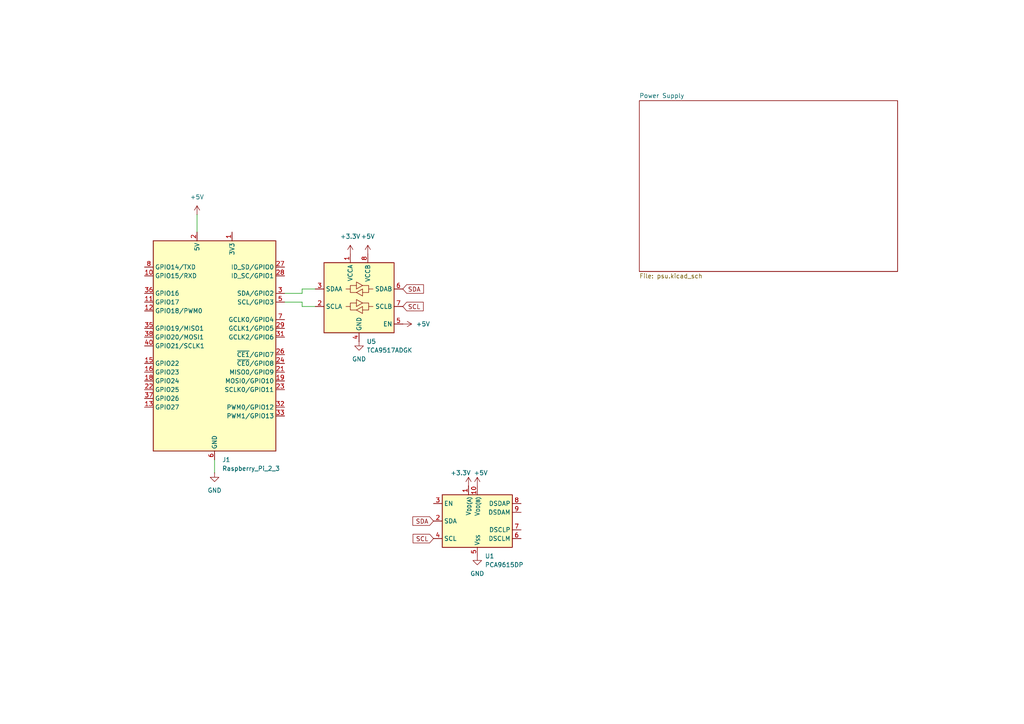
<source format=kicad_sch>
(kicad_sch (version 20231120) (generator "eeschema") (generator_version "8.0")
  (paper "A4")
  (lib_symbols
    (symbol "Connector:Raspberry_Pi_2_3"
      (property "Reference" "J" (at -17.78 31.75 0))
      (property "Value" "Raspberry_Pi_2_3" (at 10.16 -31.75 0))
      (symbol "Raspberry_Pi_2_3_0_1"
        (rectangle (start -17.78 30.48) (end 17.78 -30.48) (stroke (width 0.254)) (fill (type background)))
      )
      (symbol "Raspberry_Pi_2_3_1_1"
        (pin power_in line (at 5.08 33.02 270) (length 2.54) (name "3V3") (number "1"))
        (pin bidirectional line (at -20.32 20.32 0) (length 2.54) (name "GPIO15/RXD") (number "10"))
        (pin bidirectional line (at -20.32 12.7 0) (length 2.54) (name "GPIO17") (number "11"))
        (pin bidirectional line (at -20.32 10.16 0) (length 2.54) (name "GPIO18/PWM0") (number "12"))
        (pin bidirectional line (at -20.32 -17.78 0) (length 2.54) (name "GPIO27") (number "13"))
        (pin passive line (at 0 -33.02 90) (length 2.54) hide (name "GND") (number "14"))
        (pin bidirectional line (at -20.32 -5.08 0) (length 2.54) (name "GPIO22") (number "15"))
        (pin bidirectional line (at -20.32 -7.62 0) (length 2.54) (name "GPIO23") (number "16"))
        (pin passive line (at 5.08 33.02 270) (length 2.54) hide (name "3V3") (number "17"))
        (pin bidirectional line (at -20.32 -10.16 0) (length 2.54) (name "GPIO24") (number "18"))
        (pin bidirectional line (at 20.32 -10.16 180) (length 2.54) (name "MOSI0/GPIO10") (number "19"))
        (pin power_in line (at -5.08 33.02 270) (length 2.54) (name "5V") (number "2"))
        (pin passive line (at 0 -33.02 90) (length 2.54) hide (name "GND") (number "20"))
        (pin bidirectional line (at 20.32 -7.62 180) (length 2.54) (name "MISO0/GPIO9") (number "21"))
        (pin bidirectional line (at -20.32 -12.7 0) (length 2.54) (name "GPIO25") (number "22"))
        (pin bidirectional line (at 20.32 -12.7 180) (length 2.54) (name "SCLK0/GPIO11") (number "23"))
        (pin bidirectional line (at 20.32 -5.08 180) (length 2.54) (name "~{CE0}/GPIO8") (number "24"))
        (pin passive line (at 0 -33.02 90) (length 2.54) hide (name "GND") (number "25"))
        (pin bidirectional line (at 20.32 -2.54 180) (length 2.54) (name "~{CE1}/GPIO7") (number "26"))
        (pin bidirectional line (at 20.32 22.86 180) (length 2.54) (name "ID_SD/GPIO0") (number "27"))
        (pin bidirectional line (at 20.32 20.32 180) (length 2.54) (name "ID_SC/GPIO1") (number "28"))
        (pin bidirectional line (at 20.32 5.08 180) (length 2.54) (name "GCLK1/GPIO5") (number "29"))
        (pin bidirectional line (at 20.32 15.24 180) (length 2.54) (name "SDA/GPIO2") (number "3"))
        (pin passive line (at 0 -33.02 90) (length 2.54) hide (name "GND") (number "30"))
        (pin bidirectional line (at 20.32 2.54 180) (length 2.54) (name "GCLK2/GPIO6") (number "31"))
        (pin bidirectional line (at 20.32 -17.78 180) (length 2.54) (name "PWM0/GPIO12") (number "32"))
        (pin bidirectional line (at 20.32 -20.32 180) (length 2.54) (name "PWM1/GPIO13") (number "33"))
        (pin passive line (at 0 -33.02 90) (length 2.54) hide (name "GND") (number "34"))
        (pin bidirectional line (at -20.32 5.08 0) (length 2.54) (name "GPIO19/MISO1") (number "35"))
        (pin bidirectional line (at -20.32 15.24 0) (length 2.54) (name "GPIO16") (number "36"))
        (pin bidirectional line (at -20.32 -15.24 0) (length 2.54) (name "GPIO26") (number "37"))
        (pin bidirectional line (at -20.32 2.54 0) (length 2.54) (name "GPIO20/MOSI1") (number "38"))
        (pin passive line (at 0 -33.02 90) (length 2.54) hide (name "GND") (number "39"))
        (pin passive line (at -5.08 33.02 270) (length 2.54) hide (name "5V") (number "4"))
        (pin bidirectional line (at -20.32 0 0) (length 2.54) (name "GPIO21/SCLK1") (number "40"))
        (pin bidirectional line (at 20.32 12.7 180) (length 2.54) (name "SCL/GPIO3") (number "5"))
        (pin power_in line (at 0 -33.02 90) (length 2.54) (name "GND") (number "6"))
        (pin bidirectional line (at 20.32 7.62 180) (length 2.54) (name "GCLK0/GPIO4") (number "7"))
        (pin bidirectional line (at -20.32 22.86 0) (length 2.54) (name "GPIO14/TXD") (number "8"))
        (pin passive line (at 0 -33.02 90) (length 2.54) hide (name "GND") (number "9"))
      )
    )
    (symbol "Interface:PCA9615DP"
      (property "Reference" "U" (at -10.16 8.89 0))
      (property "Value" "PCA9615DP" (at 1.27 8.89 0))
      (symbol "PCA9615DP_0_1"
        (rectangle (start -10.16 7.62) (end 10.16 -7.62) (stroke (width 0.254)) (fill (type background)))
      )
      (symbol "PCA9615DP_1_1"
        (pin power_in line (at -2.54 10.16 270) (length 2.54) (name "V_{DD(A)}") (number "1"))
        (pin power_in line (at 0 10.16 270) (length 2.54) (name "V_{DD(B)}") (number "10"))
        (pin bidirectional line (at -12.7 0 0) (length 2.54) (name "SDA") (number "2"))
        (pin input line (at -12.7 5.08 0) (length 2.54) (name "EN") (number "3"))
        (pin bidirectional line (at -12.7 -5.08 0) (length 2.54) (name "SCL") (number "4"))
        (pin power_in line (at 0 -10.16 90) (length 2.54) (name "V_{SS}") (number "5"))
        (pin bidirectional line (at 12.7 -5.08 180) (length 2.54) (name "DSCLM") (number "6"))
        (pin bidirectional line (at 12.7 -2.54 180) (length 2.54) (name "DSCLP") (number "7"))
        (pin bidirectional line (at 12.7 5.08 180) (length 2.54) (name "DSDAP") (number "8"))
        (pin bidirectional line (at 12.7 2.54 180) (length 2.54) (name "DSDAM") (number "9"))
      )
    )
    (symbol "Logic_LevelTranslator:TCA9517ADGK"
      (property "Reference" "U5" (at 2.1941 -12.7 0))
      (property "Value" "TCA9517ADGK" (at 2.1941 -15.24 0))
      (symbol "TCA9517ADGK_1_1"
        (rectangle (start -10.16 10.16) (end 10.16 -10.16) (stroke (width 0.254)) (fill (type background)))
        (polyline (pts (xy -2.54 -2.54) (xy -2.54 -1.524) (xy -0.762 -1.524)))
        (polyline (pts (xy -2.54 2.54) (xy -2.54 3.556) (xy -0.762 3.556)))
        (polyline (pts (xy 2.794 -2.54) (xy 2.794 -3.556) (xy 1.016 -3.556)))
        (polyline (pts (xy 2.794 2.54) (xy 2.794 1.524) (xy 1.016 1.524)))
        (polyline (pts (xy -0.762 -3.556) (xy -2.54 -3.556) (xy -2.54 -2.54) (xy -3.81 -2.54)))
        (polyline (pts (xy -0.762 -2.54) (xy -0.762 -0.508) (xy 1.016 -1.524) (xy -0.762 -2.54)))
        (polyline (pts (xy -0.762 1.524) (xy -2.54 1.524) (xy -2.54 2.54) (xy -3.81 2.54)))
        (polyline (pts (xy -0.762 2.54) (xy -0.762 4.572) (xy 1.016 3.556) (xy -0.762 2.54)))
        (polyline (pts (xy 1.016 -1.524) (xy 2.794 -1.524) (xy 2.794 -2.54) (xy 4.064 -2.54)))
        (polyline (pts (xy 1.016 3.556) (xy 2.794 3.556) (xy 2.794 2.54) (xy 4.064 2.54)))
        (polyline (pts (xy 1.016 -2.54) (xy 1.016 -4.318) (xy 1.016 -4.572) (xy -0.762 -3.556) (xy 1.016 -2.54)))
        (polyline (pts (xy 1.016 2.54) (xy 1.016 0.762) (xy 1.016 0.508) (xy -0.762 1.524) (xy 1.016 2.54)))
        (pin power_in line (at -2.54 12.7 270) (length 2.54) (name "VCCA") (number "1"))
        (pin bidirectional line (at -12.7 -2.54 0) (length 2.54) (name "SCLA") (number "2"))
        (pin bidirectional line (at -12.7 2.54 0) (length 2.54) (name "SDAA") (number "3"))
        (pin power_in line (at 0 -12.7 90) (length 2.54) (name "GND") (number "4"))
        (pin passive line (at 12.7 -7.62 180) (length 2.54) (name "EN") (number "5"))
        (pin bidirectional line (at 12.7 2.54 180) (length 2.54) (name "SDAB") (number "6"))
        (pin bidirectional line (at 12.7 -2.54 180) (length 2.54) (name "SCLB") (number "7"))
        (pin power_in line (at 2.54 12.7 270) (length 2.54) (name "VCCB") (number "8"))
      )
    )
    (symbol "power:+3.3V" (power) (pin_numbers hide) (pin_names (offset 0) hide)
      (property "Value" "+3.3V" (at 0 3.556 0))
      (symbol "+3.3V_0_1"
        (polyline (pts (xy -0.762 1.27) (xy 0 2.54)))
        (polyline (pts (xy 0 0) (xy 0 2.54)))
        (polyline (pts (xy 0 2.54) (xy 0.762 1.27)))
      )
      (symbol "+3.3V_1_1"
        (pin power_in line (at 0 0 90) (length 0) (name "~") (number "1"))
      )
    )
    (symbol "power:+5V" (power) (pin_numbers hide) (pin_names (offset 0) hide)
      (property "Value" "+5V" (at 0 3.556 0))
      (symbol "+5V_0_1"
        (polyline (pts (xy -0.762 1.27) (xy 0 2.54)))
        (polyline (pts (xy 0 0) (xy 0 2.54)))
        (polyline (pts (xy 0 2.54) (xy 0.762 1.27)))
      )
      (symbol "+5V_1_1"
        (pin power_in line (at 0 0 90) (length 0) (name "~") (number "1"))
      )
    )
    (symbol "power:GND" (power) (pin_numbers hide) (pin_names (offset 0) hide)
      (property "Value" "GND" (at 0 -3.81 0))
      (symbol "GND_0_1"
        (polyline (pts (xy 0 0) (xy 0 -1.27) (xy 1.27 -1.27) (xy 0 -2.54) (xy -1.27 -1.27) (xy 0 -1.27)))
      )
      (symbol "GND_1_1"
        (pin power_in line (at 0 0 270) (length 0) (name "~") (number "1"))
      )
    )
  )
  (wire (pts (xy 87.63 88.9) (xy 91.44 88.9)))
  (wire (pts (xy 87.63 83.82) (xy 87.63 85.09)))
  (wire (pts (xy 91.44 83.82) (xy 87.63 83.82)))
  (wire (pts (xy 62.23 133.35) (xy 62.23 137.16)))
  (wire (pts (xy 87.63 85.09) (xy 82.55 85.09)))
  (wire (pts (xy 82.55 87.63) (xy 87.63 87.63)))
  (wire (pts (xy 87.63 87.63) (xy 87.63 88.9)))
  (wire (pts (xy 57.15 62.23) (xy 57.15 67.31)))
  (global_label "SCL" (shape input) (at 125.73 156.21 180) (property "Intersheetrefs" "${INTERSHEET_REFS}" (effects (hide yes))))
  (global_label "SDA" (shape input) (at 116.84 83.82 0) (property "Intersheetrefs" "${INTERSHEET_REFS}" (effects (hide yes))))
  (global_label "SCL" (shape input) (at 116.84 88.9 0) (property "Intersheetrefs" "${INTERSHEET_REFS}" (effects (hide yes))))
  (global_label "SDA" (shape input) (at 125.73 151.13 180) (property "Intersheetrefs" "${INTERSHEET_REFS}" (effects (hide yes))))
  (symbol (lib_id "power:GND") (at 62.23 137.16 0) (unit 1)
    (property "Reference" "#PWR02" (effects (hide yes)))
    (property "Value" "GND" (at 62.23 142.24 0))
    (property "Description" "Power symbol creates a global label with name \"GND\" , ground" (effects (hide yes)))
  )
  (symbol (lib_id "power:+3.3V") (at 135.89 140.97 0) (unit 1)
    (property "Reference" "#PWR031" (effects (hide yes)))
    (property "Value" "+3.3V" (at 133.604 137.16 0))
    (property "Description" "Power symbol creates a global label with name \"+3.3V\"" (effects (hide yes)))
  )
  (symbol (lib_id "power:GND") (at 138.43 161.29 0) (unit 1)
    (property "Reference" "#PWR030" (effects (hide yes)))
    (property "Value" "GND" (at 138.43 166.37 0))
    (property "Description" "Power symbol creates a global label with name \"GND\" , ground" (effects (hide yes)))
  )
  (symbol (lib_id "power:+5V") (at 106.68 73.66 0) (unit 1)
    (property "Reference" "#PWR027" (effects (hide yes)))
    (property "Value" "+5V" (at 106.68 68.58 0))
    (property "Description" "Power symbol creates a global label with name \"+5V\"" (effects (hide yes)))
  )
  (symbol (lib_id "power:+5V") (at 138.43 140.97 0) (unit 1)
    (property "Reference" "#PWR032" (effects (hide yes)))
    (property "Value" "+5V" (at 139.446 137.16 0))
    (property "Description" "Power symbol creates a global label with name \"+5V\"" (effects (hide yes)))
  )
  (symbol (lib_id "Logic_LevelTranslator:TCA9517ADGK") (at 104.14 86.36 0) (unit 1)
    (property "Reference" "U5" (at 106.3341 99.06 0) (effects (justify left)))
    (property "Value" "TCA9517ADGK" (at 106.3341 101.6 0) (effects (justify left)))
    (property "Footprint" "Package_SO:VSSOP-8_3x3mm_P0.65mm" (effects (hide yes)))
    (property "Datasheet" "https://www.ti.com/lit/ds/symlink/tca9517a.pdf" (effects (hide yes)))
    (property "Description" "Level-Translating I2C Bus Buffer/Repeater, VSSOP-8" (effects (hide yes)))
  )
  (symbol (lib_id "power:+5V") (at 116.84 93.98 270) (unit 1)
    (property "Reference" "#PWR029" (effects (hide yes)))
    (property "Value" "+5V" (at 120.65 93.9799 90) (effects (justify left)))
    (property "Description" "Power symbol creates a global label with name \"+5V\"" (effects (hide yes)))
  )
  (symbol (lib_id "Connector:Raspberry_Pi_2_3") (at 62.23 100.33 0) (unit 1)
    (property "Reference" "J1" (at 64.4241 133.35 0) (effects (justify left)))
    (property "Value" "Raspberry_Pi_2_3" (at 64.4241 135.89 0) (effects (justify left)))
    (property "Footprint" "Connector_PinHeader_2.54mm:PinHeader_2x20_P2.54mm_Vertical" (effects (hide yes)))
    (property "Datasheet" "https://www.raspberrypi.org/documentation/hardware/raspberrypi/schematics/rpi_SCH_3bplus_1p0_reduced.pdf" (effects (hide yes)))
    (property "Description" "expansion header for Raspberry Pi 2 & 3" (effects (hide yes)))
  )
  (symbol (lib_id "power:+3.3V") (at 101.6 73.66 0) (unit 1)
    (property "Reference" "#PWR026" (effects (hide yes)))
    (property "Value" "+3.3V" (at 101.6 68.58 0))
    (property "Description" "Power symbol creates a global label with name \"+3.3V\"" (effects (hide yes)))
  )
  (symbol (lib_id "Interface:PCA9615DP") (at 138.43 151.13 0) (unit 1)
    (property "Reference" "U1" (at 140.6241 161.29 0) (effects (justify left)))
    (property "Value" "PCA9615DP" (at 140.6241 163.83 0) (effects (justify left)))
    (property "Footprint" "Package_SO:TSSOP-10_3x3mm_P0.5mm" (effects (hide yes)))
    (property "Datasheet" "https://www.nxp.com/docs/en/data-sheet/PCA9615.pdf" (effects (hide yes)))
    (property "Description" "Dual bidirectional hot-swap multipoint bus buffer, SO-8" (effects (hide yes)))
    (property "Digikey" "https://www.digikey.ca/en/products/detail/nxp-usa-inc/PCA9615DPZ/14635231" (effects (hide yes)))
  )
  (symbol (lib_id "power:+5V") (at 57.15 62.23 0) (unit 1)
    (property "Reference" "#PWR01" (effects (hide yes)))
    (property "Value" "+5V" (at 57.15 57.15 0))
    (property "Description" "Power symbol creates a global label with name \"+5V\"" (effects (hide yes)))
  )
  (symbol (lib_id "power:GND") (at 104.14 99.06 0) (unit 1)
    (property "Reference" "#PWR028" (effects (hide yes)))
    (property "Value" "GND" (at 104.14 104.14 0))
    (property "Description" "Power symbol creates a global label with name \"GND\" , ground" (effects (hide yes)))
  )
  (sheet (at 185.42 29.21) (size 74.93 49.53) (stroke (width 0.1524))
    (property "Sheetname" "Power Supply" (at 185.42 28.4984 0) (effects (justify left bottom)))
    (property "Sheetfile" "psu.kicad_sch" (at 185.42 79.3246 0) (effects (justify left top)))
  )
)
</source>
